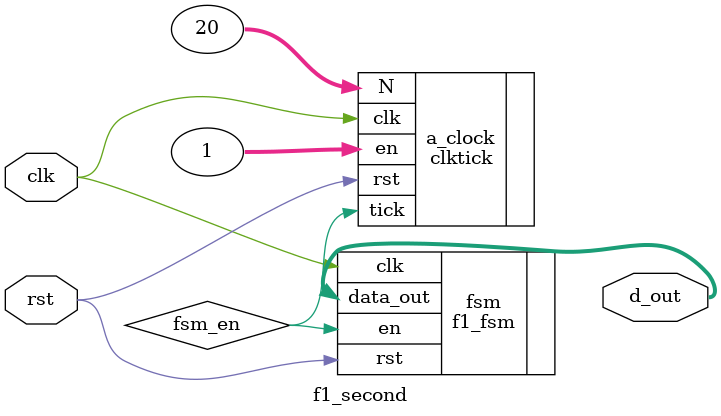
<source format=sv>
module f1_second(
    input logic clk,
    input logic rst,
    output logic [7:0] d_out
);

    logic fsm_en;
    
    clktick a_clock (
        .clk (clk),
        .rst (rst),
        .en (1),
        .N (20),
        .tick (fsm_en)
    );


    f1_fsm fsm (
        .clk (clk),
        .rst (rst),
        .en (fsm_en),
        .data_out (d_out)
    );

endmodule

</source>
